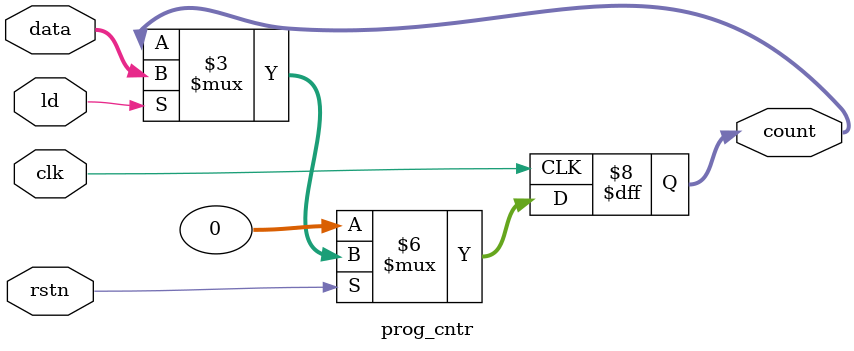
<source format=sv>
`timescale 1ns / 1ps


module prog_cntr(
    input clk,
    input rstn,
    input ld,
    input logic [31:0] data,
    output logic [31:0] count
    );
    
    always_ff @(posedge clk)
    begin
        if (!rstn)
            count <=  0;
        else if (ld)
            count <= data;
    end
    
endmodule

</source>
